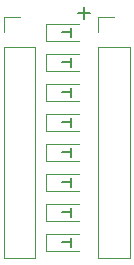
<source format=gto>
%TF.GenerationSoftware,KiCad,Pcbnew,4.0.7*%
%TF.CreationDate,2017-11-27T18:36:53+08:00*%
%TF.ProjectId,LED_R,4C45445F522E6B696361645F70636200,rev?*%
%TF.FileFunction,Legend,Top*%
%FSLAX46Y46*%
G04 Gerber Fmt 4.6, Leading zero omitted, Abs format (unit mm)*
G04 Created by KiCad (PCBNEW 4.0.7) date 11/27/17 18:36:53*
%MOMM*%
%LPD*%
G01*
G04 APERTURE LIST*
%ADD10C,0.100000*%
%ADD11C,0.200000*%
%ADD12C,0.150000*%
%ADD13C,0.120000*%
G04 APERTURE END LIST*
D10*
D11*
X7950000Y-1100000D02*
X6950000Y-1100000D01*
X7450000Y-1600000D02*
X7450000Y-600000D01*
D12*
X5597600Y-20489200D02*
X6367600Y-20489200D01*
X6367600Y-20089200D02*
X6367600Y-20919200D01*
D13*
X4197600Y-19789200D02*
X4197600Y-21189200D01*
X4197600Y-21189200D02*
X6997600Y-21189200D01*
X4197600Y-19789200D02*
X6997600Y-19789200D01*
D12*
X5597600Y-17949200D02*
X6367600Y-17949200D01*
X6367600Y-17549200D02*
X6367600Y-18379200D01*
D13*
X4197600Y-17249200D02*
X4197600Y-18649200D01*
X4197600Y-18649200D02*
X6997600Y-18649200D01*
X4197600Y-17249200D02*
X6997600Y-17249200D01*
D12*
X5597600Y-15409200D02*
X6367600Y-15409200D01*
X6367600Y-15009200D02*
X6367600Y-15839200D01*
D13*
X4197600Y-14709200D02*
X4197600Y-16109200D01*
X4197600Y-16109200D02*
X6997600Y-16109200D01*
X4197600Y-14709200D02*
X6997600Y-14709200D01*
D12*
X5597600Y-12869200D02*
X6367600Y-12869200D01*
X6367600Y-12469200D02*
X6367600Y-13299200D01*
D13*
X4197600Y-12169200D02*
X4197600Y-13569200D01*
X4197600Y-13569200D02*
X6997600Y-13569200D01*
X4197600Y-12169200D02*
X6997600Y-12169200D01*
D12*
X5597600Y-10329200D02*
X6367600Y-10329200D01*
X6367600Y-9929200D02*
X6367600Y-10759200D01*
D13*
X4197600Y-9629200D02*
X4197600Y-11029200D01*
X4197600Y-11029200D02*
X6997600Y-11029200D01*
X4197600Y-9629200D02*
X6997600Y-9629200D01*
D12*
X5597600Y-7789200D02*
X6367600Y-7789200D01*
X6367600Y-7389200D02*
X6367600Y-8219200D01*
D13*
X4197600Y-7089200D02*
X4197600Y-8489200D01*
X4197600Y-8489200D02*
X6997600Y-8489200D01*
X4197600Y-7089200D02*
X6997600Y-7089200D01*
D12*
X5597600Y-5249200D02*
X6367600Y-5249200D01*
X6367600Y-4849200D02*
X6367600Y-5679200D01*
D13*
X4197600Y-4549200D02*
X4197600Y-5949200D01*
X4197600Y-5949200D02*
X6997600Y-5949200D01*
X4197600Y-4549200D02*
X6997600Y-4549200D01*
D12*
X5597600Y-2709200D02*
X6367600Y-2709200D01*
X6367600Y-2309200D02*
X6367600Y-3139200D01*
D13*
X4197600Y-2009200D02*
X4197600Y-3409200D01*
X4197600Y-3409200D02*
X6997600Y-3409200D01*
X4197600Y-2009200D02*
X6997600Y-2009200D01*
X8667600Y-21819200D02*
X11327600Y-21819200D01*
X8667600Y-3979200D02*
X8667600Y-21819200D01*
X11327600Y-3979200D02*
X11327600Y-21819200D01*
X8667600Y-3979200D02*
X11327600Y-3979200D01*
X8667600Y-2709200D02*
X8667600Y-1379200D01*
X8667600Y-1379200D02*
X9997600Y-1379200D01*
X667600Y-21819200D02*
X3327600Y-21819200D01*
X667600Y-3979200D02*
X667600Y-21819200D01*
X3327600Y-3979200D02*
X3327600Y-21819200D01*
X667600Y-3979200D02*
X3327600Y-3979200D01*
X667600Y-2709200D02*
X667600Y-1379200D01*
X667600Y-1379200D02*
X1997600Y-1379200D01*
D10*
D12*
D10*
D12*
M02*

</source>
